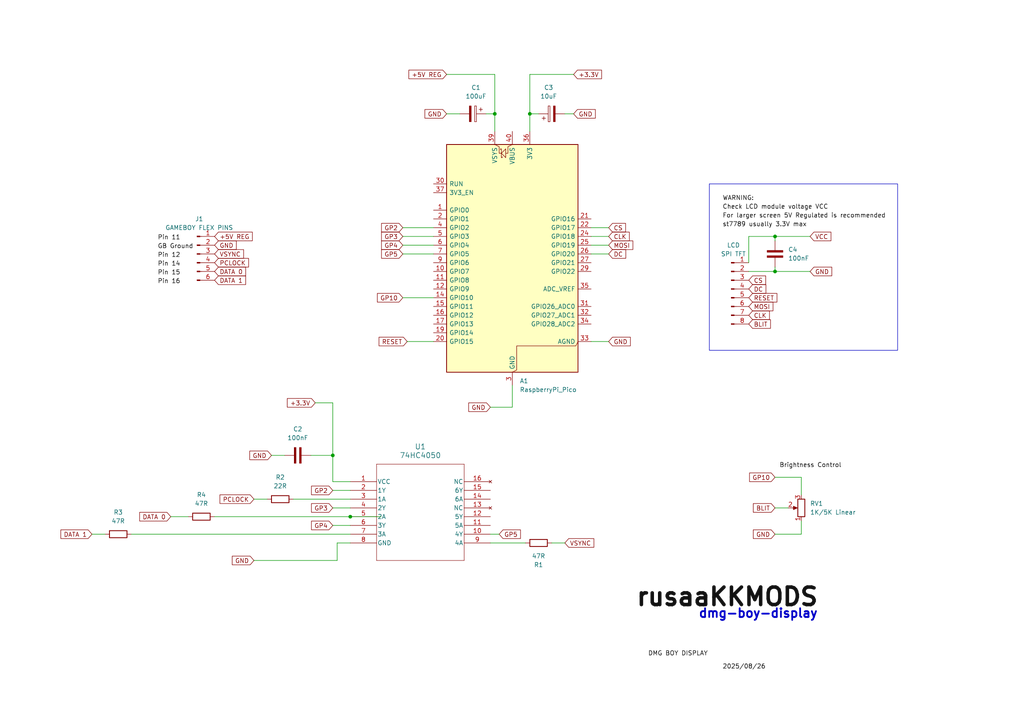
<source format=kicad_sch>
(kicad_sch (version 20250114) (generator "eeschema") (generator_version "9.0")
  (paper "A4")
  (lib_symbols
    (symbol "Connector:Conn_01x06_Pin" (pin_names (offset 1.016) (hide yes))
      (property "Reference" "J" (at 0 7.62 0))
      (property "Value" "Conn_01x06_Pin" (at 0 -10.16 0))
      (symbol "Conn_01x06_Pin_1_1"
        (rectangle (start 0.8636 5.207) (end 0 4.953) (stroke (width 0.1524)) (fill (type outline)))
        (rectangle (start 0.8636 2.667) (end 0 2.413) (stroke (width 0.1524)) (fill (type outline)))
        (rectangle (start 0.8636 0.127) (end 0 -0.127) (stroke (width 0.1524)) (fill (type outline)))
        (rectangle (start 0.8636 -2.413) (end 0 -2.667) (stroke (width 0.1524)) (fill (type outline)))
        (rectangle (start 0.8636 -4.953) (end 0 -5.207) (stroke (width 0.1524)) (fill (type outline)))
        (rectangle (start 0.8636 -7.493) (end 0 -7.747) (stroke (width 0.1524)) (fill (type outline)))
        (polyline (pts (xy 1.27 5.08) (xy 0.8636 5.08)) (stroke (width 0.1524)))
        (polyline (pts (xy 1.27 2.54) (xy 0.8636 2.54)) (stroke (width 0.1524)))
        (polyline (pts (xy 1.27 0) (xy 0.8636 0)) (stroke (width 0.1524)))
        (polyline (pts (xy 1.27 -2.54) (xy 0.8636 -2.54)) (stroke (width 0.1524)))
        (polyline (pts (xy 1.27 -5.08) (xy 0.8636 -5.08)) (stroke (width 0.1524)))
        (polyline (pts (xy 1.27 -7.62) (xy 0.8636 -7.62)) (stroke (width 0.1524)))
        (pin passive line (at 5.08 5.08 180) (length 3.81) (name "Pin_1") (number "1"))
        (pin passive line (at 5.08 2.54 180) (length 3.81) (name "Pin_2") (number "2"))
        (pin passive line (at 5.08 0 180) (length 3.81) (name "Pin_3") (number "3"))
        (pin passive line (at 5.08 -2.54 180) (length 3.81) (name "Pin_4") (number "4"))
        (pin passive line (at 5.08 -5.08 180) (length 3.81) (name "Pin_5") (number "5"))
        (pin passive line (at 5.08 -7.62 180) (length 3.81) (name "Pin_6") (number "6"))
      )
    )
    (symbol "Connector:Conn_01x08_Pin" (pin_names (offset 1.016) (hide yes))
      (property "Reference" "J" (at 0 10.16 0))
      (property "Value" "Conn_01x08_Pin" (at 0 -12.7 0))
      (symbol "Conn_01x08_Pin_1_1"
        (rectangle (start 0.8636 7.747) (end 0 7.493) (stroke (width 0.1524)) (fill (type outline)))
        (rectangle (start 0.8636 5.207) (end 0 4.953) (stroke (width 0.1524)) (fill (type outline)))
        (rectangle (start 0.8636 2.667) (end 0 2.413) (stroke (width 0.1524)) (fill (type outline)))
        (rectangle (start 0.8636 0.127) (end 0 -0.127) (stroke (width 0.1524)) (fill (type outline)))
        (rectangle (start 0.8636 -2.413) (end 0 -2.667) (stroke (width 0.1524)) (fill (type outline)))
        (rectangle (start 0.8636 -4.953) (end 0 -5.207) (stroke (width 0.1524)) (fill (type outline)))
        (rectangle (start 0.8636 -7.493) (end 0 -7.747) (stroke (width 0.1524)) (fill (type outline)))
        (rectangle (start 0.8636 -10.033) (end 0 -10.287) (stroke (width 0.1524)) (fill (type outline)))
        (polyline (pts (xy 1.27 7.62) (xy 0.8636 7.62)) (stroke (width 0.1524)))
        (polyline (pts (xy 1.27 5.08) (xy 0.8636 5.08)) (stroke (width 0.1524)))
        (polyline (pts (xy 1.27 2.54) (xy 0.8636 2.54)) (stroke (width 0.1524)))
        (polyline (pts (xy 1.27 0) (xy 0.8636 0)) (stroke (width 0.1524)))
        (polyline (pts (xy 1.27 -2.54) (xy 0.8636 -2.54)) (stroke (width 0.1524)))
        (polyline (pts (xy 1.27 -5.08) (xy 0.8636 -5.08)) (stroke (width 0.1524)))
        (polyline (pts (xy 1.27 -7.62) (xy 0.8636 -7.62)) (stroke (width 0.1524)))
        (polyline (pts (xy 1.27 -10.16) (xy 0.8636 -10.16)) (stroke (width 0.1524)))
        (pin passive line (at 5.08 7.62 180) (length 3.81) (name "Pin_1") (number "1"))
        (pin passive line (at 5.08 5.08 180) (length 3.81) (name "Pin_2") (number "2"))
        (pin passive line (at 5.08 2.54 180) (length 3.81) (name "Pin_3") (number "3"))
        (pin passive line (at 5.08 0 180) (length 3.81) (name "Pin_4") (number "4"))
        (pin passive line (at 5.08 -2.54 180) (length 3.81) (name "Pin_5") (number "5"))
        (pin passive line (at 5.08 -5.08 180) (length 3.81) (name "Pin_6") (number "6"))
        (pin passive line (at 5.08 -7.62 180) (length 3.81) (name "Pin_7") (number "7"))
        (pin passive line (at 5.08 -10.16 180) (length 3.81) (name "Pin_8") (number "8"))
      )
    )
    (symbol "Device:R" (pin_numbers (hide yes)) (pin_names (offset 0))
      (property "Reference" "R" (at 2.032 0 90))
      (property "Value" "R" (at 0 0 90))
      (symbol "R_0_1"
        (rectangle (start -1.016 -2.54) (end 1.016 2.54) (stroke (width 0.254)))
      )
      (symbol "R_1_1"
        (pin passive line (at 0 3.81 270) (length 1.27) (name "~") (number "1"))
        (pin passive line (at 0 -3.81 90) (length 1.27) (name "~") (number "2"))
      )
    )
    (symbol "Device:R_Potentiometer" (pin_names (offset 1.016) (hide yes))
      (property "Reference" "RV" (at -4.445 0 90))
      (property "Value" "R_Potentiometer" (at -2.54 0 90))
      (symbol "R_Potentiometer_0_1"
        (rectangle (start 1.016 2.54) (end -1.016 -2.54) (stroke (width 0.254)))
        (polyline (pts (xy 1.143 0) (xy 2.286 0.508) (xy 2.286 -0.508) (xy 1.143 0)) (fill (type outline)))
        (polyline (pts (xy 2.54 0) (xy 1.524 0)))
      )
      (symbol "R_Potentiometer_1_1"
        (pin passive line (at 0 3.81 270) (length 1.27) (name "1") (number "1"))
        (pin passive line (at 0 -3.81 90) (length 1.27) (name "3") (number "3"))
        (pin passive line (at 3.81 0 180) (length 1.27) (name "2") (number "2"))
      )
    )
    (symbol "MCU_Module:RaspberryPi_Pico" (pin_names (offset 0.762))
      (property "Reference" "A" (at -19.05 35.56 0))
      (property "Value" "RaspberryPi_Pico" (at 7.62 35.56 0))
      (symbol "RaspberryPi_Pico_0_1"
        (rectangle (start -19.05 34.29) (end 19.05 -31.75) (stroke (width 0.254)) (fill (type background)))
        (polyline (pts (xy -5.08 34.29) (xy -3.81 33.655) (xy -3.81 31.75) (xy -3.175 31.75)))
        (polyline (pts (xy -3.429 32.766) (xy -3.429 33.02) (xy -3.175 33.02) (xy -3.175 30.48) (xy -2.921 30.48) (xy -2.921 30.734)))
        (polyline (pts (xy -3.175 31.75) (xy -1.905 33.02) (xy -1.905 30.48) (xy -3.175 31.75)))
        (polyline (pts (xy 0 34.29) (xy -1.27 33.655) (xy -1.27 31.75) (xy -1.905 31.75)))
        (polyline (pts (xy 0 -31.75) (xy 1.27 -31.115) (xy 1.27 -24.13) (xy 18.415 -24.13) (xy 19.05 -22.86)))
      )
      (symbol "RaspberryPi_Pico_1_1"
        (pin passive line (at -22.86 22.86 0) (length 3.81) (name "RUN") (number "30"))
        (pin passive line (at -22.86 20.32 0) (length 3.81) (name "3V3_EN") (number "37"))
        (pin bidirectional line (at -22.86 15.24 0) (length 3.81) (name "GPIO0") (number "1"))
        (pin bidirectional line (at -22.86 12.7 0) (length 3.81) (name "GPIO1") (number "2"))
        (pin bidirectional line (at -22.86 10.16 0) (length 3.81) (name "GPIO2") (number "4"))
        (pin bidirectional line (at -22.86 7.62 0) (length 3.81) (name "GPIO3") (number "5"))
        (pin bidirectional line (at -22.86 5.08 0) (length 3.81) (name "GPIO4") (number "6"))
        (pin bidirectional line (at -22.86 2.54 0) (length 3.81) (name "GPIO5") (number "7"))
        (pin bidirectional line (at -22.86 0 0) (length 3.81) (name "GPIO6") (number "9"))
        (pin bidirectional line (at -22.86 -2.54 0) (length 3.81) (name "GPIO7") (number "10"))
        (pin bidirectional line (at -22.86 -5.08 0) (length 3.81) (name "GPIO8") (number "11"))
        (pin bidirectional line (at -22.86 -7.62 0) (length 3.81) (name "GPIO9") (number "12"))
        (pin bidirectional line (at -22.86 -10.16 0) (length 3.81) (name "GPIO10") (number "14"))
        (pin bidirectional line (at -22.86 -12.7 0) (length 3.81) (name "GPIO11") (number "15"))
        (pin bidirectional line (at -22.86 -15.24 0) (length 3.81) (name "GPIO12") (number "16"))
        (pin bidirectional line (at -22.86 -17.78 0) (length 3.81) (name "GPIO13") (number "17"))
        (pin bidirectional line (at -22.86 -20.32 0) (length 3.81) (name "GPIO14") (number "19"))
        (pin bidirectional line (at -22.86 -22.86 0) (length 3.81) (name "GPIO15") (number "20"))
        (pin power_in line (at -5.08 38.1 270) (length 3.81) (name "VSYS") (number "39"))
        (pin power_out line (at 0 38.1 270) (length 3.81) (name "VBUS") (number "40"))
        (pin passive line (at 0 -35.56 90) (length 3.81) (hide yes) (name "GND") (number "13"))
        (pin passive line (at 0 -35.56 90) (length 3.81) (hide yes) (name "GND") (number "18"))
        (pin passive line (at 0 -35.56 90) (length 3.81) (hide yes) (name "GND") (number "23"))
        (pin passive line (at 0 -35.56 90) (length 3.81) (hide yes) (name "GND") (number "28"))
        (pin power_out line (at 0 -35.56 90) (length 3.81) (name "GND") (number "3"))
        (pin passive line (at 0 -35.56 90) (length 3.81) (hide yes) (name "GND") (number "38"))
        (pin passive line (at 0 -35.56 90) (length 3.81) (hide yes) (name "GND") (number "8"))
        (pin power_out line (at 5.08 38.1 270) (length 3.81) (name "3V3") (number "36"))
        (pin bidirectional line (at 22.86 12.7 180) (length 3.81) (name "GPIO16") (number "21"))
        (pin bidirectional line (at 22.86 10.16 180) (length 3.81) (name "GPIO17") (number "22"))
        (pin bidirectional line (at 22.86 7.62 180) (length 3.81) (name "GPIO18") (number "24"))
        (pin bidirectional line (at 22.86 5.08 180) (length 3.81) (name "GPIO19") (number "25"))
        (pin bidirectional line (at 22.86 2.54 180) (length 3.81) (name "GPIO20") (number "26"))
        (pin bidirectional line (at 22.86 0 180) (length 3.81) (name "GPIO21") (number "27"))
        (pin bidirectional line (at 22.86 -2.54 180) (length 3.81) (name "GPIO22") (number "29"))
        (pin power_in line (at 22.86 -7.62 180) (length 3.81) (name "ADC_VREF") (number "35"))
        (pin bidirectional line (at 22.86 -12.7 180) (length 3.81) (name "GPIO26_ADC0") (number "31"))
        (pin bidirectional line (at 22.86 -15.24 180) (length 3.81) (name "GPIO27_ADC1") (number "32"))
        (pin bidirectional line (at 22.86 -17.78 180) (length 3.81) (name "GPIO28_ADC2") (number "34"))
        (pin power_out line (at 22.86 -22.86 180) (length 3.81) (name "AGND") (number "33"))
      )
    )
    (symbol "non-inverting CMOS buffer:CD74HC4050EG4" (pin_names (offset 0.254))
      (property "Reference" "U" (at 20.32 10.16 0))
      (property "Value" "CD74HC4050EG4" (at 20.32 7.62 0))
      (symbol "CD74HC4050EG4_0_1"
        (polyline (pts (xy 7.62 5.08) (xy 7.62 -22.86)) (stroke (width 0.127)))
        (polyline (pts (xy 7.62 -22.86) (xy 33.02 -22.86)) (stroke (width 0.127)))
        (polyline (pts (xy 33.02 5.08) (xy 7.62 5.08)) (stroke (width 0.127)))
        (polyline (pts (xy 33.02 -22.86) (xy 33.02 5.08)) (stroke (width 0.127)))
        (pin power_in line (at 0 0 0) (length 7.62) (name "VCC") (number "1"))
        (pin output line (at 0 -2.54 0) (length 7.62) (name "1Y") (number "2"))
        (pin input line (at 0 -5.08 0) (length 7.62) (name "1A") (number "3"))
        (pin output line (at 0 -7.62 0) (length 7.62) (name "2Y") (number "4"))
        (pin input line (at 0 -10.16 0) (length 7.62) (name "2A") (number "5"))
        (pin output line (at 0 -12.7 0) (length 7.62) (name "3Y") (number "6"))
        (pin input line (at 0 -15.24 0) (length 7.62) (name "3A") (number "7"))
        (pin power_in line (at 0 -17.78 0) (length 7.62) (name "GND") (number "8"))
        (pin no_connect line (at 40.64 0 180) (length 7.62) (name "NC") (number "16"))
        (pin output line (at 40.64 -2.54 180) (length 7.62) (name "6Y") (number "15"))
        (pin input line (at 40.64 -5.08 180) (length 7.62) (name "6A") (number "14"))
        (pin no_connect line (at 40.64 -7.62 180) (length 7.62) (name "NC") (number "13"))
        (pin output line (at 40.64 -10.16 180) (length 7.62) (name "5Y") (number "12"))
        (pin input line (at 40.64 -12.7 180) (length 7.62) (name "5A") (number "11"))
        (pin output line (at 40.64 -15.24 180) (length 7.62) (name "4Y") (number "10"))
        (pin input line (at 40.64 -17.78 180) (length 7.62) (name "4A") (number "9"))
      )
    )
    (symbol "rusaakkmods:C_Non-Polarized" (pin_numbers (hide yes)) (pin_names (offset 0.254))
      (property "Reference" "C" (at 0.635 2.54 0))
      (property "Value" "C_Non-Polarized" (at 0.635 -2.54 0))
      (symbol "C_Non-Polarized_0_1"
        (rectangle (start 2.286 -0.508) (end -2.286 -1.016) (fill (type outline)))
      )
      (symbol "C_Non-Polarized_1_1"
        (rectangle (start -2.286 1.016) (end 2.286 0.508) (fill (type outline)))
        (pin passive line (at 0 3.81 270) (length 2.794) (name "~") (number "1"))
        (pin passive line (at 0 -3.81 90) (length 2.794) (name "~") (number "2"))
      )
    )
    (symbol "rusaakkmods:C_Polarized" (pin_numbers (hide yes)) (pin_names (offset 0.254))
      (property "Reference" "C" (at 0.635 2.54 0))
      (property "Value" "C_Polarized" (at 0.635 -2.54 0))
      (symbol "C_Polarized_0_1"
        (rectangle (start -2.286 0.508) (end 2.286 1.016))
        (polyline (pts (xy -1.778 2.286) (xy -0.762 2.286)))
        (polyline (pts (xy -1.27 2.794) (xy -1.27 1.778)))
        (rectangle (start 2.286 -0.508) (end -2.286 -1.016) (fill (type outline)))
      )
      (symbol "C_Polarized_1_1"
        (pin passive line (at 0 3.81 270) (length 2.794) (name "~") (number "1"))
        (pin passive line (at 0 -3.81 90) (length 2.794) (name "~") (number "2"))
      )
    )
  )
  (rectangle (start 205.74 53.34) (end 260.35 101.6))
  (text " dmg-boy-display" (at 218.948 178.054 0) (effects (font (size 2.54 2.54) (thickness 0.508) (bold yes))))
  (junction (at 224.79 68.58))
  (junction (at 143.51 33.02))
  (junction (at 101.6 149.86))
  (junction (at 96.52 132.08))
  (junction (at 153.67 33.02))
  (junction (at 224.79 78.74))
  (wire (pts (xy 153.67 33.02) (xy 156.21 33.02)))
  (wire (pts (xy 224.79 77.47) (xy 224.79 78.74)))
  (wire (pts (xy 143.51 21.59) (xy 129.54 21.59)))
  (wire (pts (xy 224.79 147.32) (xy 228.6 147.32)))
  (wire (pts (xy 176.53 73.66) (xy 171.45 73.66)))
  (wire (pts (xy 160.02 157.48) (xy 163.83 157.48)))
  (wire (pts (xy 78.74 132.08) (xy 82.55 132.08)))
  (wire (pts (xy 96.52 152.4) (xy 101.6 152.4)))
  (wire (pts (xy 96.52 116.84) (xy 96.52 132.08)))
  (wire (pts (xy 166.37 33.02) (xy 163.83 33.02)))
  (wire (pts (xy 224.79 154.94) (xy 232.41 154.94)))
  (wire (pts (xy 96.52 142.24) (xy 101.6 142.24)))
  (wire (pts (xy 232.41 154.94) (xy 232.41 151.13)))
  (wire (pts (xy 96.52 132.08) (xy 90.17 132.08)))
  (wire (pts (xy 143.51 21.59) (xy 143.51 33.02)))
  (wire (pts (xy 176.53 68.58) (xy 171.45 68.58)))
  (wire (pts (xy 153.67 21.59) (xy 153.67 33.02)))
  (wire (pts (xy 77.47 144.78) (xy 73.66 144.78)))
  (wire (pts (xy 96.52 147.32) (xy 101.6 147.32)))
  (wire (pts (xy 176.53 66.04) (xy 171.45 66.04)))
  (wire (pts (xy 166.37 21.59) (xy 153.67 21.59)))
  (wire (pts (xy 54.61 149.86) (xy 49.53 149.86)))
  (wire (pts (xy 116.84 86.36) (xy 125.73 86.36)))
  (wire (pts (xy 30.48 154.94) (xy 26.67 154.94)))
  (wire (pts (xy 232.41 138.43) (xy 232.41 143.51)))
  (wire (pts (xy 97.79 157.48) (xy 101.6 157.48)))
  (wire (pts (xy 116.84 68.58) (xy 125.73 68.58)))
  (wire (pts (xy 110.49 149.86) (xy 101.6 149.86)))
  (wire (pts (xy 224.79 68.58) (xy 217.17 68.58)))
  (wire (pts (xy 142.24 118.11) (xy 148.59 118.11)))
  (wire (pts (xy 148.59 118.11) (xy 148.59 111.76)))
  (wire (pts (xy 140.97 33.02) (xy 143.51 33.02)))
  (wire (pts (xy 143.51 33.02) (xy 143.51 38.1)))
  (wire (pts (xy 116.84 71.12) (xy 125.73 71.12)))
  (wire (pts (xy 96.52 132.08) (xy 96.52 139.7)))
  (wire (pts (xy 97.79 162.56) (xy 97.79 157.48)))
  (wire (pts (xy 62.23 149.86) (xy 101.6 149.86)))
  (wire (pts (xy 129.54 33.02) (xy 133.35 33.02)))
  (wire (pts (xy 91.44 116.84) (xy 96.52 116.84)))
  (wire (pts (xy 224.79 68.58) (xy 234.95 68.58)))
  (wire (pts (xy 38.1 154.94) (xy 101.6 154.94)))
  (wire (pts (xy 176.53 71.12) (xy 171.45 71.12)))
  (wire (pts (xy 224.79 69.85) (xy 224.79 68.58)))
  (wire (pts (xy 217.17 68.58) (xy 217.17 76.2)))
  (wire (pts (xy 224.79 78.74) (xy 217.17 78.74)))
  (wire (pts (xy 73.66 162.56) (xy 97.79 162.56)))
  (wire (pts (xy 176.53 99.06) (xy 171.45 99.06)))
  (wire (pts (xy 116.84 73.66) (xy 125.73 73.66)))
  (wire (pts (xy 144.78 154.94) (xy 142.24 154.94)))
  (wire (pts (xy 116.84 66.04) (xy 125.73 66.04)))
  (wire (pts (xy 118.11 99.06) (xy 125.73 99.06)))
  (wire (pts (xy 224.79 138.43) (xy 232.41 138.43)))
  (wire (pts (xy 152.4 157.48) (xy 142.24 157.48)))
  (wire (pts (xy 153.67 38.1) (xy 153.67 33.02)))
  (wire (pts (xy 96.52 139.7) (xy 101.6 139.7)))
  (wire (pts (xy 224.79 78.74) (xy 234.95 78.74)))
  (wire (pts (xy 85.09 144.78) (xy 101.6 144.78)))
  (label "WARNING:" (at 209.55 58.42 0))
  (label "Brightness Control" (at 226.06 135.89 0))
  (label "Check LCD module voltage VCC" (at 209.55 60.96 0))
  (label "Pin 16" (at 45.72 82.55 0))
  (label "Pin 14" (at 45.72 77.47 0))
  (label "Pin 15" (at 45.72 80.01 0))
  (label "st7789 usually 3.3V max" (at 209.55 66.04 0))
  (label "GB Ground" (at 45.72 72.39 0))
  (label "For larger screen 5V Regulated is recommended" (at 209.55 63.5 0))
  (label "Pin 12" (at 45.72 74.93 0))
  (label "Pin 11" (at 45.72 69.85 0))
  (label "DMG BOY DISPLAY" (at 187.96 190.5 0))
  (label "rusaaKKMODS" (at 184.15 177.8 0) (effects (font (size 5.08 5.08) (thickness 1.016) (bold yes))))
  (label "2025{slash}08{slash}26" (at 209.55 194.31 0))
  (global_label "GND" (shape input) (at 224.79 154.94 180) (property "Intersheetrefs" "${INTERSHEET_REFS}" (effects (hide yes))))
  (global_label "RESET" (shape input) (at 217.17 86.36 0) (property "Intersheetrefs" "${INTERSHEET_REFS}" (effects (hide yes))))
  (global_label "DATA 1" (shape input) (at 26.67 154.94 180) (property "Intersheetrefs" "${INTERSHEET_REFS}" (effects (hide yes))))
  (global_label "GND" (shape input) (at 129.54 33.02 180) (property "Intersheetrefs" "${INTERSHEET_REFS}" (effects (hide yes))))
  (global_label "GP10" (shape input) (at 224.79 138.43 180) (property "Intersheetrefs" "${INTERSHEET_REFS}" (effects (hide yes))))
  (global_label "DC" (shape input) (at 176.53 73.66 0) (property "Intersheetrefs" "${INTERSHEET_REFS}" (effects (hide yes))))
  (global_label "PCLOCK" (shape input) (at 62.23 76.2 0) (property "Intersheetrefs" "${INTERSHEET_REFS}" (effects (hide yes))))
  (global_label "GP4" (shape input) (at 96.52 152.4 180) (property "Intersheetrefs" "${INTERSHEET_REFS}" (effects (hide yes))))
  (global_label "+3.3V" (shape input) (at 91.44 116.84 180) (property "Intersheetrefs" "${INTERSHEET_REFS}" (effects (hide yes))))
  (global_label "GP3" (shape input) (at 96.52 147.32 180) (property "Intersheetrefs" "${INTERSHEET_REFS}" (effects (hide yes))))
  (global_label "VSYNC" (shape input) (at 163.83 157.48 0) (property "Intersheetrefs" "${INTERSHEET_REFS}" (effects (hide yes))))
  (global_label "VSYNC" (shape input) (at 62.23 73.66 0) (property "Intersheetrefs" "${INTERSHEET_REFS}" (effects (hide yes))))
  (global_label "GND" (shape input) (at 234.95 78.74 0) (property "Intersheetrefs" "${INTERSHEET_REFS}" (effects (hide yes))))
  (global_label "+3.3V" (shape input) (at 166.37 21.59 0) (property "Intersheetrefs" "${INTERSHEET_REFS}" (effects (hide yes))))
  (global_label "GND" (shape input) (at 176.53 99.06 0) (property "Intersheetrefs" "${INTERSHEET_REFS}" (effects (hide yes))))
  (global_label "GND" (shape input) (at 166.37 33.02 0) (property "Intersheetrefs" "${INTERSHEET_REFS}" (effects (hide yes))))
  (global_label "+5V REG" (shape input) (at 129.54 21.59 180) (property "Intersheetrefs" "${INTERSHEET_REFS}" (effects (hide yes))))
  (global_label "GND" (shape input) (at 73.66 162.56 180) (property "Intersheetrefs" "${INTERSHEET_REFS}" (effects (hide yes))))
  (global_label "CS" (shape input) (at 176.53 66.04 0) (property "Intersheetrefs" "${INTERSHEET_REFS}" (effects (hide yes))))
  (global_label "BLIT" (shape input) (at 224.79 147.32 180) (property "Intersheetrefs" "${INTERSHEET_REFS}" (effects (hide yes))))
  (global_label "DATA 0" (shape input) (at 62.23 78.74 0) (property "Intersheetrefs" "${INTERSHEET_REFS}" (effects (hide yes))))
  (global_label "GND" (shape input) (at 62.23 71.12 0) (property "Intersheetrefs" "${INTERSHEET_REFS}" (effects (hide yes))))
  (global_label "CS" (shape input) (at 217.17 81.28 0) (property "Intersheetrefs" "${INTERSHEET_REFS}" (effects (hide yes))))
  (global_label "GND" (shape input) (at 142.24 118.11 180) (property "Intersheetrefs" "${INTERSHEET_REFS}" (effects (hide yes))))
  (global_label "GP10" (shape input) (at 116.84 86.36 180) (property "Intersheetrefs" "${INTERSHEET_REFS}" (effects (hide yes))))
  (global_label "DATA 1" (shape input) (at 62.23 81.28 0) (property "Intersheetrefs" "${INTERSHEET_REFS}" (effects (hide yes))))
  (global_label "GP5" (shape input) (at 144.78 154.94 0) (property "Intersheetrefs" "${INTERSHEET_REFS}" (effects (hide yes))))
  (global_label "BLIT" (shape input) (at 217.17 93.98 0) (property "Intersheetrefs" "${INTERSHEET_REFS}" (effects (hide yes))))
  (global_label "GP3" (shape input) (at 116.84 68.58 180) (property "Intersheetrefs" "${INTERSHEET_REFS}" (effects (hide yes))))
  (global_label "RESET" (shape input) (at 118.11 99.06 180) (property "Intersheetrefs" "${INTERSHEET_REFS}" (effects (hide yes))))
  (global_label "GP5" (shape input) (at 116.84 73.66 180) (property "Intersheetrefs" "${INTERSHEET_REFS}" (effects (hide yes))))
  (global_label "GP2" (shape input) (at 116.84 66.04 180) (property "Intersheetrefs" "${INTERSHEET_REFS}" (effects (hide yes))))
  (global_label "CLK" (shape input) (at 176.53 68.58 0) (property "Intersheetrefs" "${INTERSHEET_REFS}" (effects (hide yes))))
  (global_label "MOSI" (shape input) (at 176.53 71.12 0) (property "Intersheetrefs" "${INTERSHEET_REFS}" (effects (hide yes))))
  (global_label "PCLOCK" (shape input) (at 73.66 144.78 180) (property "Intersheetrefs" "${INTERSHEET_REFS}" (effects (hide yes))))
  (global_label "GND" (shape input) (at 78.74 132.08 180) (property "Intersheetrefs" "${INTERSHEET_REFS}" (effects (hide yes))))
  (global_label "GP4" (shape input) (at 116.84 71.12 180) (property "Intersheetrefs" "${INTERSHEET_REFS}" (effects (hide yes))))
  (global_label "MOSI" (shape input) (at 217.17 88.9 0) (property "Intersheetrefs" "${INTERSHEET_REFS}" (effects (hide yes))))
  (global_label "DC" (shape input) (at 217.17 83.82 0) (property "Intersheetrefs" "${INTERSHEET_REFS}" (effects (hide yes))))
  (global_label "VCC" (shape input) (at 234.95 68.58 0) (property "Intersheetrefs" "${INTERSHEET_REFS}" (effects (hide yes))))
  (global_label "CLK" (shape input) (at 217.17 91.44 0) (property "Intersheetrefs" "${INTERSHEET_REFS}" (effects (hide yes))))
  (global_label "GP2" (shape input) (at 96.52 142.24 180) (property "Intersheetrefs" "${INTERSHEET_REFS}" (effects (hide yes))))
  (global_label "+5V REG" (shape input) (at 62.23 68.58 0) (property "Intersheetrefs" "${INTERSHEET_REFS}" (effects (hide yes))))
  (global_label "DATA 0" (shape input) (at 49.53 149.86 180) (property "Intersheetrefs" "${INTERSHEET_REFS}" (effects (hide yes))))
  (symbol (lib_id "MCU_Module:RaspberryPi_Pico") (at 148.59 76.2 0) (unit 1)
    (property "Reference" "A1" (at 150.7333 110.49 0) (effects (justify left)))
    (property "Value" "RaspberryPi_Pico" (at 150.7333 113.03 0) (effects (justify left)))
    (property "Footprint" "Module:RaspberryPi_Pico_Common_Unspecified" (effects (hide yes)))
    (property "Datasheet" "https://datasheets.raspberrypi.com/pico/pico-datasheet.pdf" (effects (hide yes)))
    (property "Description" "Versatile and inexpensive microcontroller module powered by RP2040 dual-core Arm Cortex-M0+ processor up to 133 MHz, 264kB SRAM, 2MB QSPI flash; also supports Raspberry Pi Pico 2" (effects (hide yes)))
  )
  (symbol (lib_id "rusaakkmods:C_Non-Polarized") (at 224.79 73.66 0) (unit 1)
    (property "Reference" "C4" (at 228.6 72.3899 0) (effects (justify left)))
    (property "Value" "100nF" (at 228.6 74.9299 0) (effects (justify left)))
    (property "Description" "Non-Polarized capacitor" (effects (hide yes)))
  )
  (symbol (lib_id "rusaakkmods:C_Polarized") (at 137.16 33.02 270) (unit 1)
    (property "Reference" "C1" (at 138.049 25.4 90))
    (property "Value" "100uF" (at 138.049 27.94 90))
    (property "Description" "Electrolytic capacitor" (effects (hide yes)))
  )
  (symbol (lib_id "rusaakkmods:C_Polarized") (at 160.02 33.02 90) (unit 1)
    (property "Reference" "C3" (at 159.131 25.4 90))
    (property "Value" "10uF" (at 159.131 27.94 90))
    (property "Description" "Electrolytic capacitor" (effects (hide yes)))
  )
  (symbol (lib_id "Device:R") (at 58.42 149.86 270) (unit 1)
    (property "Reference" "R4" (at 58.42 143.51 90))
    (property "Value" "47R" (at 58.42 146.05 90))
    (property "Description" "Resistor" (effects (hide yes)))
  )
  (symbol (lib_id "Connector:Conn_01x06_Pin") (at 57.15 73.66 0) (unit 1)
    (property "Reference" "J1" (at 57.785 63.5 0))
    (property "Value" "GAMEBOY FLEX PINS" (at 57.785 66.04 0))
    (property "Description" "Generic connector, single row, 01x06, script generated" (effects (hide yes)))
  )
  (symbol (lib_id "Device:R") (at 34.29 154.94 270) (unit 1)
    (property "Reference" "R3" (at 34.29 148.59 90))
    (property "Value" "47R" (at 34.29 151.13 90))
    (property "Description" "Resistor" (effects (hide yes)))
  )
  (symbol (lib_id "Device:R") (at 81.28 144.78 270) (unit 1)
    (property "Reference" "R2" (at 81.28 138.43 90))
    (property "Value" "22R" (at 81.28 140.97 90))
    (property "Description" "Resistor" (effects (hide yes)))
  )
  (symbol (lib_id "non-inverting CMOS buffer:CD74HC4050EG4") (at 101.6 139.7 0) (unit 1)
    (property "Reference" "U1" (at 121.92 129.54 0) (effects (font (size 1.524 1.524))))
    (property "Value" "74HC4050" (at 121.92 132.08 0) (effects (font (size 1.524 1.524))))
    (property "Footprint" "N16_TEX" (effects (hide yes)))
    (property "Datasheet" "CD74HC4050EG4" (effects (hide yes)))
  )
  (symbol (lib_id "Device:R_Potentiometer") (at 232.41 147.32 180) (unit 1)
    (property "Reference" "RV1" (at 234.95 146.0499 0) (effects (justify right)))
    (property "Value" "1K/5K Linear" (at 234.95 148.5899 0) (effects (justify right)))
    (property "Description" "Potentiometer" (effects (hide yes)))
  )
  (symbol (lib_id "rusaakkmods:C_Non-Polarized") (at 86.36 132.08 270) (unit 1)
    (property "Reference" "C2" (at 86.36 124.46 90))
    (property "Value" "100nF" (at 86.36 127 90))
    (property "Description" "Non-Polarized capacitor" (effects (hide yes)))
  )
  (symbol (lib_id "Connector:Conn_01x08_Pin") (at 212.09 83.82 0) (unit 1)
    (property "Reference" "LCD" (at 212.725 71.12 0))
    (property "Value" "SPI TFT" (at 212.725 73.66 0))
    (property "Description" "Generic connector, single row, 01x08, script generated" (effects (hide yes)))
  )
  (symbol (lib_id "Device:R") (at 156.21 157.48 90) (unit 1)
    (property "Reference" "R1" (at 156.21 163.83 90))
    (property "Value" "47R" (at 156.21 161.29 90))
    (property "Description" "Resistor" (effects (hide yes)))
  )
)
</source>
